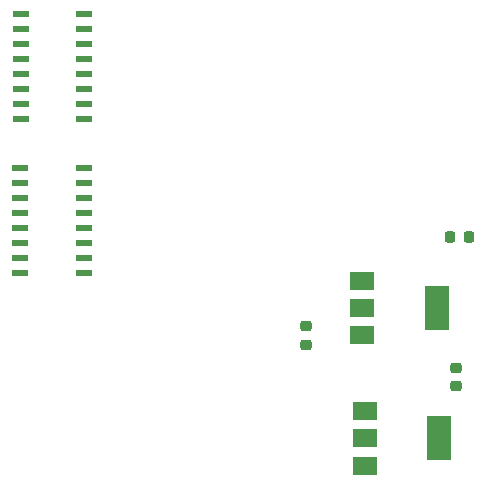
<source format=gbr>
%TF.GenerationSoftware,KiCad,Pcbnew,8.0.0-8.0.0-1~ubuntu22.04.1*%
%TF.CreationDate,2024-03-19T22:30:40+08:00*%
%TF.ProjectId,ble_midi_hardware,626c655f-6d69-4646-995f-686172647761,rev?*%
%TF.SameCoordinates,Original*%
%TF.FileFunction,Paste,Top*%
%TF.FilePolarity,Positive*%
%FSLAX46Y46*%
G04 Gerber Fmt 4.6, Leading zero omitted, Abs format (unit mm)*
G04 Created by KiCad (PCBNEW 8.0.0-8.0.0-1~ubuntu22.04.1) date 2024-03-19 22:30:40*
%MOMM*%
%LPD*%
G01*
G04 APERTURE LIST*
G04 Aperture macros list*
%AMRoundRect*
0 Rectangle with rounded corners*
0 $1 Rounding radius*
0 $2 $3 $4 $5 $6 $7 $8 $9 X,Y pos of 4 corners*
0 Add a 4 corners polygon primitive as box body*
4,1,4,$2,$3,$4,$5,$6,$7,$8,$9,$2,$3,0*
0 Add four circle primitives for the rounded corners*
1,1,$1+$1,$2,$3*
1,1,$1+$1,$4,$5*
1,1,$1+$1,$6,$7*
1,1,$1+$1,$8,$9*
0 Add four rect primitives between the rounded corners*
20,1,$1+$1,$2,$3,$4,$5,0*
20,1,$1+$1,$4,$5,$6,$7,0*
20,1,$1+$1,$6,$7,$8,$9,0*
20,1,$1+$1,$8,$9,$2,$3,0*%
G04 Aperture macros list end*
%ADD10RoundRect,0.225000X0.250000X-0.225000X0.250000X0.225000X-0.250000X0.225000X-0.250000X-0.225000X0*%
%ADD11R,2.000000X1.500000*%
%ADD12R,2.000000X3.800000*%
%ADD13R,1.448400X0.498400*%
%ADD14RoundRect,0.225000X0.225000X0.250000X-0.225000X0.250000X-0.225000X-0.250000X0.225000X-0.250000X0*%
G04 APERTURE END LIST*
D10*
%TO.C,C2*%
X155011000Y-94706400D03*
X155011000Y-93156400D03*
%TD*%
D11*
%TO.C,U4*%
X147066000Y-85800000D03*
X147066000Y-88100000D03*
D12*
X153366000Y-88100000D03*
D11*
X147066000Y-90400000D03*
%TD*%
D13*
%TO.C,U2*%
X123530200Y-72127800D03*
X123530200Y-70857800D03*
X123530200Y-69587800D03*
X123530200Y-68317800D03*
X123530200Y-67047800D03*
X123530200Y-65777800D03*
X123530200Y-64507800D03*
X123530200Y-63237800D03*
X118130200Y-63237800D03*
X118130200Y-64507800D03*
X118130200Y-65777800D03*
X118130200Y-67047800D03*
X118130200Y-68317800D03*
X118130200Y-69587800D03*
X118130200Y-70857800D03*
X118130200Y-72127800D03*
%TD*%
D11*
%TO.C,U3*%
X147261000Y-96831400D03*
X147261000Y-99131400D03*
D12*
X153561000Y-99131400D03*
D11*
X147261000Y-101431400D03*
%TD*%
D14*
%TO.C,C3*%
X156061000Y-82101400D03*
X154511000Y-82101400D03*
%TD*%
D13*
%TO.C,U1*%
X118080200Y-76261024D03*
X118080200Y-77531024D03*
X118080200Y-78801024D03*
X118080200Y-80071024D03*
X118080200Y-81341024D03*
X118080200Y-82611024D03*
X118080200Y-83881024D03*
X118080200Y-85151024D03*
X123480200Y-85151024D03*
X123480200Y-83881024D03*
X123480200Y-82611024D03*
X123480200Y-81341024D03*
X123480200Y-80071024D03*
X123480200Y-78801024D03*
X123480200Y-77531024D03*
X123480200Y-76261024D03*
%TD*%
D10*
%TO.C,C1*%
X142261000Y-91206400D03*
X142261000Y-89656400D03*
%TD*%
M02*

</source>
